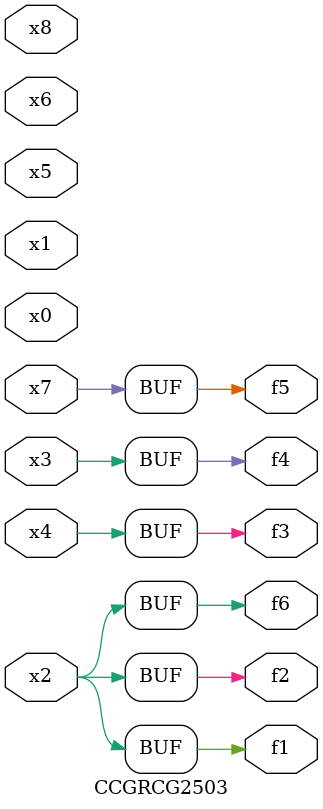
<source format=v>
module CCGRCG2503(
	input x0, x1, x2, x3, x4, x5, x6, x7, x8,
	output f1, f2, f3, f4, f5, f6
);
	assign f1 = x2;
	assign f2 = x2;
	assign f3 = x4;
	assign f4 = x3;
	assign f5 = x7;
	assign f6 = x2;
endmodule

</source>
